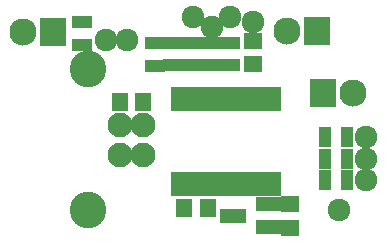
<source format=gbr>
G04 #@! TF.FileFunction,Soldermask,Top*
%FSLAX46Y46*%
G04 Gerber Fmt 4.6, Leading zero omitted, Abs format (unit mm)*
G04 Created by KiCad (PCBNEW 0.201512271232+6404~40~ubuntu14.04.1-stable) date Tue 29 Dec 2015 10:19:08 AM MSK*
%MOMM*%
G01*
G04 APERTURE LIST*
%ADD10C,0.100000*%
%ADD11R,1.400000X1.650000*%
%ADD12R,1.650000X1.400000*%
%ADD13R,2.300000X2.400000*%
%ADD14C,2.300000*%
%ADD15C,2.100000*%
%ADD16C,3.100020*%
%ADD17R,1.700000X1.100000*%
%ADD18R,0.850000X2.150000*%
%ADD19R,2.200860X1.200100*%
%ADD20C,1.924000*%
%ADD21R,1.100000X1.700000*%
G04 APERTURE END LIST*
D10*
D11*
X17700000Y-18700000D03*
X15700000Y-18700000D03*
D12*
X21500000Y-6500000D03*
X21500000Y-4500000D03*
D11*
X12200000Y-9700000D03*
X10200000Y-9700000D03*
D12*
X24650000Y-18350000D03*
X24650000Y-20350000D03*
D13*
X26950000Y-3650000D03*
D14*
X24410000Y-3650000D03*
D13*
X27450000Y-8950000D03*
D14*
X29990000Y-8950000D03*
D13*
X4550000Y-3750000D03*
D14*
X2010000Y-3750000D03*
D15*
X12200000Y-14140000D03*
X12200000Y-11600000D03*
X10201020Y-11600000D03*
X10201020Y-14140000D03*
D16*
X7501000Y-18869480D03*
X7501000Y-6870520D03*
D17*
X14750000Y-6550000D03*
X14750000Y-4650000D03*
X13200000Y-6600000D03*
X13200000Y-4700000D03*
X7000000Y-4850000D03*
X7000000Y-2950000D03*
D18*
X23425000Y-9400000D03*
X22775000Y-9400000D03*
X22125000Y-9400000D03*
X21475000Y-9400000D03*
X20825000Y-9400000D03*
X20175000Y-9400000D03*
X19525000Y-9400000D03*
X18875000Y-9400000D03*
X18225000Y-9400000D03*
X17575000Y-9400000D03*
X16925000Y-9400000D03*
X16275000Y-9400000D03*
X15625000Y-9400000D03*
X14975000Y-9400000D03*
X14975000Y-16600000D03*
X15625000Y-16600000D03*
X16275000Y-16600000D03*
X16925000Y-16600000D03*
X17575000Y-16600000D03*
X18225000Y-16600000D03*
X18875000Y-16600000D03*
X19525000Y-16600000D03*
X20175000Y-16600000D03*
X20825000Y-16600000D03*
X21475000Y-16600000D03*
X22125000Y-16600000D03*
X22775000Y-16600000D03*
X23425000Y-16600000D03*
D19*
X22851140Y-20250000D03*
X22851140Y-18350000D03*
X19848860Y-19300000D03*
D20*
X16450000Y-2450000D03*
X18000000Y-3300000D03*
X31050000Y-12650000D03*
X31050000Y-14500000D03*
X9050000Y-4400000D03*
X10800000Y-4400000D03*
X28800000Y-18850000D03*
X21500000Y-2950000D03*
X19550000Y-2450000D03*
X31050000Y-16300000D03*
D21*
X27600000Y-16300000D03*
X29500000Y-16300000D03*
X27600000Y-12650000D03*
X29500000Y-12650000D03*
X27600000Y-14500000D03*
X29500000Y-14500000D03*
D17*
X19550000Y-6550000D03*
X19550000Y-4650000D03*
X16450000Y-6550000D03*
X16450000Y-4650000D03*
X18000000Y-6550000D03*
X18000000Y-4650000D03*
M02*

</source>
